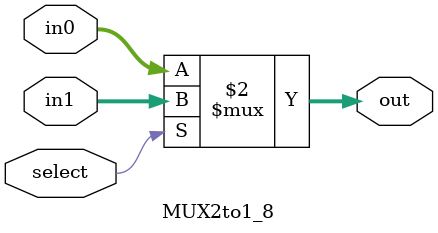
<source format=v>
module MUX2to1_8(in0,in1,select,out);
parameter N = 32;
input select;
input [N-1:0] in1, in0;
output reg [N-1:0] out;
always @(select,in0,in1)
begin
out = (select ?in1 : in0);
end
endmodule
</source>
